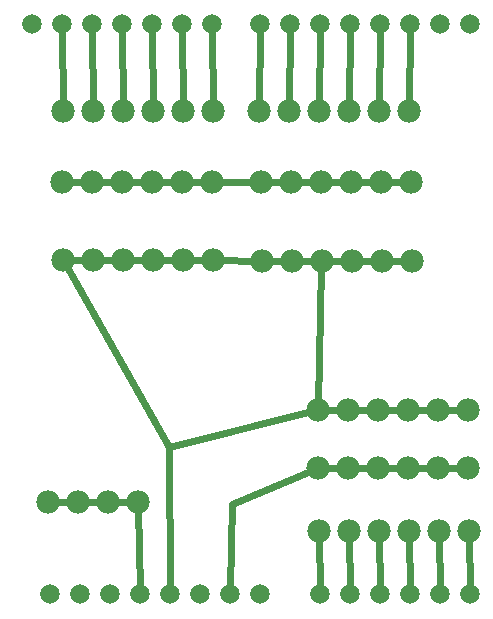
<source format=gtl>
G04 MADE WITH FRITZING*
G04 WWW.FRITZING.ORG*
G04 DOUBLE SIDED*
G04 HOLES PLATED*
G04 CONTOUR ON CENTER OF CONTOUR VECTOR*
%ASAXBY*%
%FSLAX23Y23*%
%MOIN*%
%OFA0B0*%
%SFA1.0B1.0*%
%ADD10C,0.065278*%
%ADD11C,0.078000*%
%ADD12C,0.024000*%
%ADD13R,0.001000X0.001000*%
%LNCOPPER1*%
G90*
G70*
G54D10*
X1128Y93D03*
X1228Y93D03*
X1328Y93D03*
X1428Y93D03*
X1528Y93D03*
X668Y1993D03*
X568Y1993D03*
X468Y1993D03*
X368Y1993D03*
X268Y1993D03*
X168Y1993D03*
X68Y1993D03*
X1528Y1993D03*
X1428Y1993D03*
X1328Y1993D03*
X1228Y1993D03*
X1128Y1993D03*
X1028Y1993D03*
X928Y1993D03*
X828Y1993D03*
X228Y93D03*
X128Y93D03*
X328Y93D03*
X428Y93D03*
X528Y93D03*
X628Y93D03*
X728Y93D03*
X828Y93D03*
X1028Y93D03*
G54D11*
X671Y1208D03*
X571Y1208D03*
X471Y1208D03*
X371Y1208D03*
X271Y1208D03*
X171Y1208D03*
X1334Y1205D03*
X1234Y1205D03*
X1134Y1205D03*
X1034Y1205D03*
X934Y1205D03*
X834Y1205D03*
X667Y1467D03*
X567Y1467D03*
X467Y1467D03*
X367Y1467D03*
X267Y1467D03*
X167Y1467D03*
X1332Y1467D03*
X1232Y1467D03*
X1132Y1467D03*
X1032Y1467D03*
X932Y1467D03*
X832Y1467D03*
X423Y401D03*
X323Y401D03*
X223Y401D03*
X123Y401D03*
X670Y1703D03*
X570Y1703D03*
X470Y1703D03*
X370Y1703D03*
X270Y1703D03*
X170Y1703D03*
X1326Y1703D03*
X1226Y1703D03*
X1126Y1703D03*
X1026Y1703D03*
X926Y1703D03*
X826Y1703D03*
X1520Y708D03*
X1420Y708D03*
X1320Y708D03*
X1220Y708D03*
X1120Y708D03*
X1020Y708D03*
X1523Y515D03*
X1423Y515D03*
X1323Y515D03*
X1223Y515D03*
X1123Y515D03*
X1023Y515D03*
X1526Y305D03*
X1426Y305D03*
X1326Y305D03*
X1226Y305D03*
X1126Y305D03*
X1026Y305D03*
G54D12*
X142Y401D02*
X204Y401D01*
D02*
X1326Y1722D02*
X1328Y1973D01*
D02*
X1226Y1722D02*
X1228Y1973D01*
D02*
X1126Y1722D02*
X1128Y1973D01*
D02*
X1026Y1722D02*
X1028Y1973D01*
D02*
X926Y1722D02*
X928Y1973D01*
D02*
X826Y1722D02*
X828Y1973D01*
D02*
X670Y1722D02*
X668Y1973D01*
D02*
X570Y1722D02*
X568Y1973D01*
D02*
X470Y1722D02*
X468Y1973D01*
D02*
X370Y1722D02*
X368Y1973D01*
D02*
X270Y1722D02*
X268Y1973D01*
D02*
X170Y1722D02*
X168Y1973D01*
D02*
X1526Y286D02*
X1528Y113D01*
D02*
X1426Y286D02*
X1428Y113D01*
D02*
X1326Y286D02*
X1328Y113D01*
D02*
X1226Y286D02*
X1228Y113D01*
D02*
X1126Y286D02*
X1128Y113D01*
D02*
X1026Y286D02*
X1028Y113D01*
D02*
X248Y1467D02*
X186Y1467D01*
D02*
X348Y1467D02*
X286Y1467D01*
D02*
X448Y1467D02*
X386Y1467D01*
D02*
X548Y1467D02*
X486Y1467D01*
D02*
X648Y1467D02*
X586Y1467D01*
D02*
X813Y1467D02*
X686Y1467D01*
D02*
X913Y1467D02*
X851Y1467D01*
D02*
X1013Y1467D02*
X951Y1467D01*
D02*
X1113Y1467D02*
X1051Y1467D01*
D02*
X1213Y1467D02*
X1151Y1467D01*
D02*
X1313Y1467D02*
X1251Y1467D01*
D02*
X736Y394D02*
X729Y113D01*
D02*
X1006Y508D02*
X736Y394D01*
D02*
X1104Y515D02*
X1042Y515D01*
D02*
X1204Y515D02*
X1142Y515D01*
D02*
X1304Y515D02*
X1242Y515D01*
D02*
X1404Y515D02*
X1342Y515D01*
D02*
X1504Y515D02*
X1442Y515D01*
D02*
X525Y585D02*
X528Y113D01*
D02*
X180Y1192D02*
X525Y585D01*
D02*
X252Y1208D02*
X190Y1208D01*
D02*
X290Y1208D02*
X352Y1208D01*
D02*
X452Y1208D02*
X390Y1208D01*
D02*
X552Y1208D02*
X490Y1208D01*
D02*
X652Y1208D02*
X590Y1208D01*
D02*
X815Y1206D02*
X690Y1208D01*
D02*
X915Y1205D02*
X853Y1205D01*
D02*
X1015Y1205D02*
X953Y1205D01*
D02*
X1115Y1205D02*
X1053Y1205D01*
D02*
X1215Y1205D02*
X1153Y1205D01*
D02*
X1315Y1205D02*
X1253Y1205D01*
D02*
X1101Y708D02*
X1039Y708D01*
D02*
X1201Y708D02*
X1139Y708D01*
D02*
X1301Y708D02*
X1239Y708D01*
D02*
X1401Y708D02*
X1339Y708D01*
D02*
X1501Y708D02*
X1439Y708D01*
D02*
X1033Y1186D02*
X1021Y727D01*
D02*
X423Y382D02*
X428Y113D01*
D02*
X342Y401D02*
X404Y401D01*
D02*
X242Y401D02*
X304Y401D01*
D02*
X525Y585D02*
X528Y113D01*
D02*
X1002Y704D02*
X525Y585D01*
G54D13*
X1Y1998D02*
X1Y1998D01*
X1Y1997D02*
X1Y1997D01*
X1Y1996D02*
X1Y1996D01*
X1Y1995D02*
X1Y1995D01*
X1Y1994D02*
X1Y1994D01*
X1Y1993D02*
X1Y1993D01*
X1Y1992D02*
X1Y1992D01*
X1Y1991D02*
X1Y1991D01*
X1Y1990D02*
X1Y1990D01*
X1Y1989D02*
X1Y1989D01*
X1Y1988D02*
X1Y1988D01*
D02*
G04 End of Copper1*
M02*
</source>
